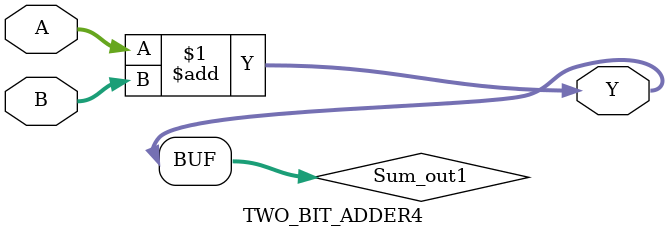
<source format=v>



`timescale 1 ns / 1 ns

module TWO_BIT_ADDER4
          (A,
           B,
           Y);


  input   [7:0] A;  // uint8
  input   [7:0] B;  // uint8
  output  [7:0] Y;  // uint8


  wire [7:0] Sum_out1;  // uint8


  assign Sum_out1 = A + B;



  assign Y = Sum_out1;

endmodule  // TWO_BIT_ADDER4


</source>
